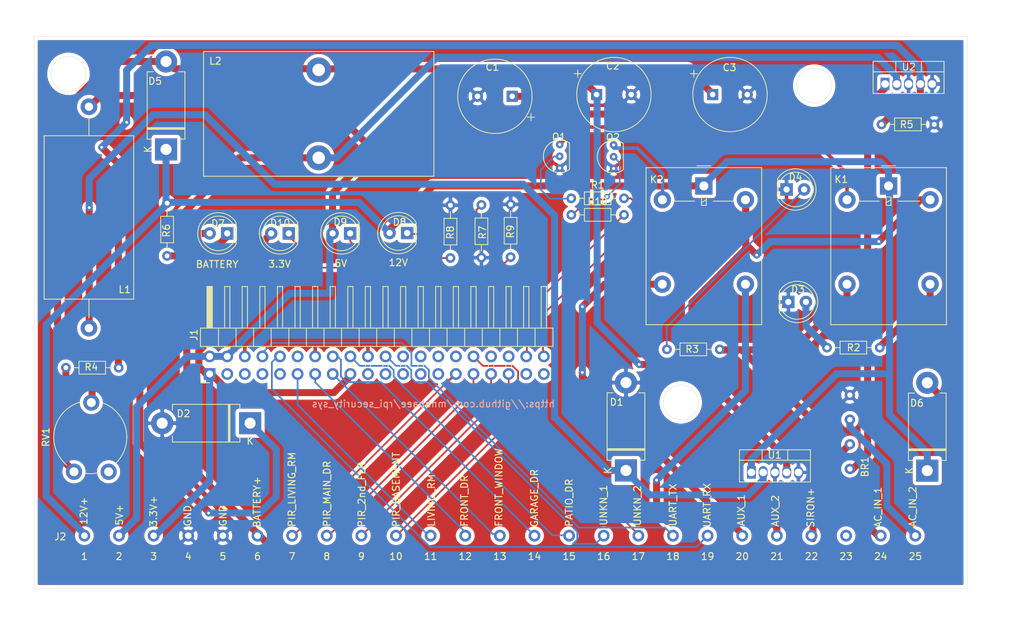
<source format=kicad_pcb>
(kicad_pcb (version 20171130) (host pcbnew "(5.1.4-0-10_14)")
  (title_block (title "Power Source") (date 2019-11-06) (rev 1))
  (layers (0 F.Cu signal) (31 B.Cu signal) (34 B.Paste user) (35 F.Paste user) (36 B.SilkS user) (37 F.SilkS user) (38 B.Mask user) (39 F.Mask user) (44 Edge.Cuts user))
  (net 0 "")
  (net 1 "Net-(BR1-Pad1)")
  (net 2 GND)
  (net 3 +5V)
  (net 4 "Net-(C3-Pad1)")
  (net 5 "Net-(D1-Pad1)")
  (net 6 "Net-(D2-Pad1)")
  (net 7 +12V)
  (net 8 "Net-(RV1-Pad1)")
  (net 9 AC_IN_1)
  (net 10 AC_IN_2)
  (net 11 "Net-(D3-Pad2)")
  (net 12 "Net-(D4-Pad2)")
  (net 13 BATTERY+)
  (net 14 "Net-(D7-Pad2)")
  (net 15 "Net-(D8-Pad1)")
  (net 16 "Net-(D9-Pad1)")
  (net 17 +3V3)
  (net 18 "Net-(D10-Pad1)")
  (net 19 "Net-(J1-Pad40)")
  (net 20 "Net-(J1-Pad39)")
  (net 21 "Net-(J1-Pad38)")
  (net 22 "Net-(J1-Pad37)")
  (net 23 "Net-(J1-Pad36)")
  (net 24 PRI_BASEMENT_1)
  (net 25 "Net-(J1-Pad34)")
  (net 26 PIR_SECOND_FLR)
  (net 27 UNKNOWN_2)
  (net 28 PIR_MAIN_DOOR)
  (net 29 "Net-(J1-Pad30)")
  (net 30 PIR_LIVING_ROOM)
  (net 31 "Net-(J1-Pad28)")
  (net 32 "Net-(J1-Pad27)")
  (net 33 "Net-(J1-Pad26)")
  (net 34 "Net-(J1-Pad25)")
  (net 35 "Net-(J1-Pad24)")
  (net 36 "Net-(J1-Pad23)")
  (net 37 UNKNOWN_1)
  (net 38 "Net-(J1-Pad21)")
  (net 39 "Net-(J1-Pad19)")
  (net 40 PATIO_DOOR)
  (net 41 GARAGE_DOOR)
  (net 42 FRONT_WINDOW)
  (net 43 FRONT_DOOR)
  (net 44 "Net-(J1-Pad12)")
  (net 45 LIVING_WINDOW)
  (net 46 UART_RX)
  (net 47 "Net-(J1-Pad9)")
  (net 48 UART_TX)
  (net 49 "Net-(J1-Pad7)")
  (net 50 "Net-(J1-Pad5)")
  (net 51 "Net-(J1-Pad3)")
  (net 52 "Net-(J2-Pad23)")
  (net 53 SIRON_Vcc+)
  (net 54 AUX_OUT_2)
  (net 55 AUX_OUT_1)
  (net 56 "Net-(K1-Pad4)")
  (net 57 "Net-(R4-Pad2)")
  (net 58 "Net-(R4-Pad1)")
  (net 59 "Net-(K1-Pad2)")
  (net 60 "Net-(K2-Pad2)")
  (net 61 "Net-(Q1-Pad2)")
  (net 62 "Net-(Q2-Pad2)")
  (module Potentiometer_THT:Potentiometer_Piher_PT-10-V10_Vertical (layer F.Cu) (at 36.21024 178.72456 90)
    (fp_text reference RV1 (at 5 -9.05 90) (layer F.SilkS))
    (fp_text value 20k)
    (pad 1 thru_hole circle (at 0 0 90) (size 2.34 2.34) (drill 1.3) (layers *.Cu *.Mask) (net 8 "Net-(RV1-Pad1)"))
    (pad 2 thru_hole circle (at 10 -2.5 90) (size 2.34 2.34) (drill 1.3) (layers *.Cu *.Mask) (net 4 "Net-(C3-Pad1)"))
    (pad 3 thru_hole circle (at 0 -5 90) (size 2.34 2.34) (drill 1.3) (layers *.Cu *.Mask) (net 58 "Net-(R4-Pad1)"))
  )
  (module my_ft_libs:2n3903 (layer F.Cu) (at 109.13872 133.19252)
    (fp_text reference Q2 (at -0.1 -2.8) (layer F.SilkS))
    (fp_text value 2N3904-AP)
    (pad 1 thru_hole circle (at 0 1.7) (size 1.1 1.1) (drill 0.45) (layers *.Cu *.Mask) (net 2 GND))
    (pad 2 thru_hole circle (at 0 0) (size 1.1 1.1) (drill 0.45) (layers *.Cu *.Mask) (net 62 "Net-(Q2-Pad2)"))
    (pad 3 thru_hole circle (at 0 -1.7) (size 1.1 1.1) (drill 0.45) (layers *.Cu *.Mask) (net 60 "Net-(K2-Pad2)"))
  )
  (module my_ft_libs:2n3903 (layer F.Cu) (at 101.35108 133.1341)
    (fp_text reference Q1 (at -0.1 -2.8) (layer F.SilkS))
    (fp_text value 2N3904-AP)
    (pad 1 thru_hole circle (at 0 1.7) (size 1.1 1.1) (drill 0.45) (layers *.Cu *.Mask) (net 2 GND))
    (pad 2 thru_hole circle (at 0 0) (size 1.1 1.1) (drill 0.45) (layers *.Cu *.Mask) (net 61 "Net-(Q1-Pad2)"))
    (pad 3 thru_hole circle (at 0 -1.7) (size 1.1 1.1) (drill 0.45) (layers *.Cu *.Mask) (net 59 "Net-(K1-Pad2)"))
  )
  (module Resistor_THT:R_Axial_DIN0204_L3.6mm_D1.6mm_P7.62mm_Horizontal (layer F.Cu) (at 103.0224 141.58976)
    (fp_text reference R10 (at 3.81 -1.92) (layer F.SilkS))
    (fp_text value 1k)
    (pad 2 thru_hole oval (at 7.62 0) (size 1.4 1.4) (drill 0.7) (layers *.Cu *.Mask) (net 21 "Net-(J1-Pad38)"))
    (pad 1 thru_hole circle (at 0 0) (size 1.4 1.4) (drill 0.7) (layers *.Cu *.Mask) (net 62 "Net-(Q2-Pad2)"))
  )
  (module Resistor_THT:R_Axial_DIN0204_L3.6mm_D1.6mm_P7.62mm_Horizontal (layer F.Cu) (at 103.0224 139.2047)
    (fp_text reference R1 (at 3.81 -1.92) (layer F.SilkS))
    (fp_text value 1k)
    (pad 2 thru_hole oval (at 7.62 0) (size 1.4 1.4) (drill 0.7) (layers *.Cu *.Mask) (net 19 "Net-(J1-Pad40)"))
    (pad 1 thru_hole circle (at 0 0) (size 1.4 1.4) (drill 0.7) (layers *.Cu *.Mask) (net 61 "Net-(Q1-Pad2)"))
  )
  (module LED_THT:LED_D5.0mm_Clear (layer F.Cu) (at 79.3242 144.2212 180)
    (fp_text reference D8 (at 1.09982 1.58242) (layer F.SilkS))
    (fp_text value GREEN)
    (pad 2 thru_hole circle (at 2.54 0 180) (size 1.8 1.8) (drill 0.9) (layers *.Cu *.Mask) (net 7 +12V))
    (pad 1 thru_hole rect (at 0 0 180) (size 1.8 1.8) (drill 0.9) (layers *.Cu *.Mask) (net 15 "Net-(D8-Pad1)"))
  )
  (module my_ft_libs:2-282836-6_25_PIN_BLOCK_TERM (layer F.Cu) (at 92.71 187.96)
    (fp_text reference J2 (at -63.47968 0.14732) (layer F.SilkS))
    (fp_text value Wires)
    (fp_text user 25 (at 60 3) (layer F.SilkS))
    (fp_text user 24 (at 55 3) (layer F.SilkS))
    (fp_text user 23 (at 50 3) (layer F.SilkS))
    (fp_text user 22 (at 45 3) (layer F.SilkS))
    (fp_text user 21 (at 40 3) (layer F.SilkS))
    (fp_text user 20 (at 35 3) (layer F.SilkS))
    (fp_text user 19 (at 30 3) (layer F.SilkS))
    (fp_text user 18 (at 25 3) (layer F.SilkS))
    (fp_text user 17 (at 20 3) (layer F.SilkS))
    (fp_text user 16 (at 15 3) (layer F.SilkS))
    (fp_text user 15 (at 10 3) (layer F.SilkS))
    (fp_text user 14 (at 5 3) (layer F.SilkS))
    (fp_text user 13 (at 0 3) (layer F.SilkS))
    (fp_text user 12 (at -5 3) (layer F.SilkS))
    (fp_text user 11 (at -10 3) (layer F.SilkS))
    (fp_text user 10 (at -15 3) (layer F.SilkS))
    (fp_text user 9 (at -20 3) (layer F.SilkS))
    (fp_text user 8 (at -25 3) (layer F.SilkS))
    (fp_text user 7 (at -30 3) (layer F.SilkS))
    (fp_text user 6 (at -35 3) (layer F.SilkS))
    (fp_text user 5 (at -40 3) (layer F.SilkS))
    (fp_text user 4 (at -45 3) (layer F.SilkS))
    (fp_text user 3 (at -50 3) (layer F.SilkS))
    (fp_text user 2 (at -55 3) (layer F.SilkS))
    (fp_text user 1 (at -60 3) (layer F.SilkS))
    (pad 25 thru_hole circle (at 60 0) (size 1.7 1.7) (drill 0.95) (layers *.Cu *.Mask) (net 10 AC_IN_2))
    (pad 24 thru_hole circle (at 55 0) (size 1.7 1.7) (drill 0.95) (layers *.Cu *.Mask) (net 9 AC_IN_1))
    (pad 23 thru_hole circle (at 50 0) (size 1.7 1.7) (drill 0.95) (layers *.Cu *.Mask) (net 52 "Net-(J2-Pad23)"))
    (pad 22 thru_hole circle (at 45 0) (size 1.7 1.7) (drill 0.95) (layers *.Cu *.Mask) (net 53 SIRON_Vcc+))
    (pad 21 thru_hole circle (at 40 0) (size 1.7 1.7) (drill 0.95) (layers *.Cu *.Mask) (net 54 AUX_OUT_2))
    (pad 20 thru_hole circle (at 35 0) (size 1.7 1.7) (drill 0.95) (layers *.Cu *.Mask) (net 55 AUX_OUT_1))
    (pad 19 thru_hole circle (at 30 0) (size 1.7 1.7) (drill 0.95) (layers *.Cu *.Mask) (net 46 UART_RX))
    (pad 18 thru_hole circle (at 25 0) (size 1.7 1.7) (drill 0.95) (layers *.Cu *.Mask) (net 48 UART_TX))
    (pad 17 thru_hole circle (at 20 0) (size 1.7 1.7) (drill 0.95) (layers *.Cu *.Mask) (net 27 UNKNOWN_2))
    (pad 16 thru_hole circle (at 15 0) (size 1.7 1.7) (drill 0.95) (layers *.Cu *.Mask) (net 37 UNKNOWN_1))
    (pad 15 thru_hole circle (at 10 0) (size 1.7 1.7) (drill 0.95) (layers *.Cu *.Mask) (net 40 PATIO_DOOR))
    (pad 14 thru_hole circle (at 5 0) (size 1.7 1.7) (drill 0.95) (layers *.Cu *.Mask) (net 41 GARAGE_DOOR))
    (pad 13 thru_hole circle (at 0 0) (size 1.7 1.7) (drill 0.95) (layers *.Cu *.Mask) (net 42 FRONT_WINDOW))
    (pad 12 thru_hole circle (at -5 0) (size 1.7 1.7) (drill 0.95) (layers *.Cu *.Mask) (net 43 FRONT_DOOR))
    (pad 11 thru_hole circle (at -10 0) (size 1.7 1.7) (drill 0.95) (layers *.Cu *.Mask) (net 45 LIVING_WINDOW))
    (pad 10 thru_hole circle (at -15 0) (size 1.7 1.7) (drill 0.95) (layers *.Cu *.Mask) (net 24 PRI_BASEMENT_1))
    (pad 9 thru_hole circle (at -20 0) (size 1.7 1.7) (drill 0.95) (layers *.Cu *.Mask) (net 26 PIR_SECOND_FLR))
    (pad 8 thru_hole circle (at -25 0) (size 1.7 1.7) (drill 0.95) (layers *.Cu *.Mask) (net 28 PIR_MAIN_DOOR))
    (pad 7 thru_hole circle (at -30 0) (size 1.7 1.7) (drill 0.95) (layers *.Cu *.Mask) (net 30 PIR_LIVING_ROOM))
    (pad 6 thru_hole circle (at -35 0) (size 1.7 1.7) (drill 0.95) (layers *.Cu *.Mask) (net 13 BATTERY+))
    (pad 5 thru_hole circle (at -40 0) (size 1.7 1.7) (drill 0.95) (layers *.Cu *.Mask) (net 2 GND))
    (pad 4 thru_hole circle (at -45 0) (size 1.7 1.7) (drill 0.95) (layers *.Cu *.Mask) (net 2 GND))
    (pad 3 thru_hole circle (at -50 0) (size 1.7 1.7) (drill 0.95) (layers *.Cu *.Mask) (net 17 +3V3))
    (pad 2 thru_hole circle (at -55 0) (size 1.7 1.7) (drill 0.95) (layers *.Cu *.Mask) (net 3 +5V))
    (pad 1 thru_hole circle (at -60 0) (size 1.7 1.7) (drill 0.95) (layers *.Cu *.Mask) (net 7 +12V))
  )
  (module Package_TO_SOT_THT:TO-220-5_Vertical (layer F.Cu) (at 148.336 122.682)
    (fp_text reference U2 (at 3.43662 -2.46126) (layer F.SilkS))
    (fp_text value LM2576T-ADJ)
    (pad 5 thru_hole oval (at 6.8 0) (size 1.275 1.8) (drill 1.1) (layers *.Cu *.Mask) (net 2 GND))
    (pad 4 thru_hole oval (at 5.1 0) (size 1.275 1.8) (drill 1.1) (layers *.Cu *.Mask) (net 57 "Net-(R4-Pad2)"))
    (pad 3 thru_hole oval (at 3.4 0) (size 1.275 1.8) (drill 1.1) (layers *.Cu *.Mask) (net 2 GND))
    (pad 2 thru_hole oval (at 1.7 0) (size 1.275 1.8) (drill 1.1) (layers *.Cu *.Mask) (net 6 "Net-(D2-Pad1)"))
    (pad 1 thru_hole rect (at 0 0) (size 1.275 1.8) (drill 1.1) (layers *.Cu *.Mask) (net 1 "Net-(BR1-Pad1)"))
  )
  (module Package_TO_SOT_THT:TO-220-5_Vertical (layer F.Cu) (at 129.032 178.816)
    (fp_text reference U1 (at 3.37058 -2.5146) (layer F.SilkS))
    (fp_text value LM2576T-5)
    (pad 5 thru_hole oval (at 6.8 0) (size 1.275 1.8) (drill 1.1) (layers *.Cu *.Mask) (net 2 GND))
    (pad 4 thru_hole oval (at 5.1 0) (size 1.275 1.8) (drill 1.1) (layers *.Cu *.Mask) (net 3 +5V))
    (pad 3 thru_hole oval (at 3.4 0) (size 1.275 1.8) (drill 1.1) (layers *.Cu *.Mask) (net 2 GND))
    (pad 2 thru_hole oval (at 1.7 0) (size 1.275 1.8) (drill 1.1) (layers *.Cu *.Mask) (net 5 "Net-(D1-Pad1)"))
    (pad 1 thru_hole rect (at 0 0) (size 1.275 1.8) (drill 1.1) (layers *.Cu *.Mask) (net 7 +12V))
  )
  (module Resistor_THT:R_Axial_DIN0204_L3.6mm_D1.6mm_P7.62mm_Horizontal (layer F.Cu) (at 94.2594 147.701 90)
    (fp_text reference R9 (at 3.69316 -0.02286 90) (layer F.SilkS))
    (fp_text value 1k)
    (pad 2 thru_hole oval (at 7.62 0 90) (size 1.4 1.4) (drill 0.7) (layers *.Cu *.Mask) (net 2 GND))
    (pad 1 thru_hole circle (at 0 0 90) (size 1.4 1.4) (drill 0.7) (layers *.Cu *.Mask) (net 18 "Net-(D10-Pad1)"))
  )
  (module Resistor_THT:R_Axial_DIN0204_L3.6mm_D1.6mm_P7.62mm_Horizontal (layer F.Cu) (at 85.5726 147.828 90)
    (fp_text reference R8 (at 3.683 -0.0254 90) (layer F.SilkS))
    (fp_text value 1k)
    (pad 2 thru_hole oval (at 7.62 0 90) (size 1.4 1.4) (drill 0.7) (layers *.Cu *.Mask) (net 2 GND))
    (pad 1 thru_hole circle (at 0 0 90) (size 1.4 1.4) (drill 0.7) (layers *.Cu *.Mask) (net 16 "Net-(D9-Pad1)"))
  )
  (module Resistor_THT:R_Axial_DIN0204_L3.6mm_D1.6mm_P7.62mm_Horizontal (layer F.Cu) (at 90.043 140.1572 270)
    (fp_text reference R7 (at 3.9878 -0.15748 90) (layer F.SilkS))
    (fp_text value 10k)
    (pad 2 thru_hole oval (at 7.62 0 270) (size 1.4 1.4) (drill 0.7) (layers *.Cu *.Mask) (net 2 GND))
    (pad 1 thru_hole circle (at 0 0 270) (size 1.4 1.4) (drill 0.7) (layers *.Cu *.Mask) (net 15 "Net-(D8-Pad1)"))
  )
  (module Resistor_THT:R_Axial_DIN0204_L3.6mm_D1.6mm_P7.62mm_Horizontal (layer F.Cu) (at 44.6532 139.9032 270)
    (fp_text reference R6 (at 3.96748 0.09906 90) (layer F.SilkS))
    (fp_text value R)
    (pad 2 thru_hole oval (at 7.62 0 270) (size 1.4 1.4) (drill 0.7) (layers *.Cu *.Mask) (net 14 "Net-(D7-Pad2)"))
    (pad 1 thru_hole circle (at 0 0 270) (size 1.4 1.4) (drill 0.7) (layers *.Cu *.Mask) (net 7 +12V))
  )
  (module Resistor_THT:R_Axial_DIN0204_L3.6mm_D1.6mm_P7.62mm_Horizontal (layer F.Cu) (at 155.448 128.524 180)
    (fp_text reference R5 (at 3.99034 -0.00762) (layer F.SilkS))
    (fp_text value 1.2k)
    (pad 2 thru_hole oval (at 7.62 0 180) (size 1.4 1.4) (drill 0.7) (layers *.Cu *.Mask) (net 57 "Net-(R4-Pad2)"))
    (pad 1 thru_hole circle (at 0 0 180) (size 1.4 1.4) (drill 0.7) (layers *.Cu *.Mask) (net 2 GND))
  )
  (module Resistor_THT:R_Axial_DIN0204_L3.6mm_D1.6mm_P7.62mm_Horizontal (layer F.Cu) (at 30.04058 163.68268)
    (fp_text reference R4 (at 3.6703 -0.09398) (layer F.SilkS))
    (fp_text value 10k)
    (pad 2 thru_hole oval (at 7.62 0) (size 1.4 1.4) (drill 0.7) (layers *.Cu *.Mask) (net 57 "Net-(R4-Pad2)"))
    (pad 1 thru_hole circle (at 0 0) (size 1.4 1.4) (drill 0.7) (layers *.Cu *.Mask) (net 58 "Net-(R4-Pad1)"))
  )
  (module Resistor_THT:R_Axial_DIN0204_L3.6mm_D1.6mm_P7.62mm_Horizontal (layer F.Cu) (at 116.84 161.036)
    (fp_text reference R3 (at 3.64236 -0.03302) (layer F.SilkS))
    (fp_text value 10k)
    (pad 2 thru_hole oval (at 7.62 0) (size 1.4 1.4) (drill 0.7) (layers *.Cu *.Mask) (net 53 SIRON_Vcc+))
    (pad 1 thru_hole circle (at 0 0) (size 1.4 1.4) (drill 0.7) (layers *.Cu *.Mask) (net 12 "Net-(D4-Pad2)"))
  )
  (module Resistor_THT:R_Axial_DIN0204_L3.6mm_D1.6mm_P7.62mm_Horizontal (layer F.Cu) (at 147.574 160.782 180)
    (fp_text reference R2 (at 3.78206 0) (layer F.SilkS))
    (fp_text value 10k)
    (pad 2 thru_hole oval (at 7.62 0 180) (size 1.4 1.4) (drill 0.7) (layers *.Cu *.Mask) (net 11 "Net-(D3-Pad2)"))
    (pad 1 thru_hole circle (at 0 0 180) (size 1.4 1.4) (drill 0.7) (layers *.Cu *.Mask) (net 56 "Net-(K1-Pad4)"))
  )
  (module Inductor_THT:L_Toroid_Vertical_L33.0mm_W17.8mm_P12.70mm_Pulse_KM-5 (layer F.Cu) (at 66.548 120.65)
    (fp_text reference L2 (at -14.92758 -1.2827) (layer F.SilkS))
    (fp_text value 150uH)
    (pad 2 thru_hole circle (at 0 12.7) (size 3.6 3.6) (drill 1.8) (layers *.Cu *.Mask) (net 6 "Net-(D2-Pad1)"))
    (pad 1 thru_hole circle (at 0 0) (size 3.6 3.6) (drill 1.8) (layers *.Cu *.Mask) (net 4 "Net-(C3-Pad1)"))
  )
  (module Inductor_THT:L_Axial_L23.4mm_D12.7mm_P32.00mm_Horizontal_Vishay_IHA-203 (layer F.Cu) (at 33.36544 125.96622 270)
    (fp_text reference L1 (at 26.42362 -5.17144 180) (layer F.SilkS))
    (fp_text value 100uH)
    (pad 2 thru_hole oval (at 32 0 270) (size 2.4 2.4) (drill 1.2) (layers *.Cu *.Mask) (net 5 "Net-(D1-Pad1)"))
    (pad 1 thru_hole circle (at 0 0 270) (size 2.4 2.4) (drill 1.2) (layers *.Cu *.Mask) (net 3 +5V))
  )
  (module Relay_THT:Relay_SPDT_Omron-G5LE-1 (layer F.Cu) (at 122.174 137.414)
    (fp_text reference K2 (at -6.81228 -0.92456) (layer F.SilkS))
    (fp_text value G5LE-1)
    (pad 5 thru_hole oval (at 6 2) (size 2.5 2.5) (drill 1.3) (layers *.Cu *.Mask) (net 3 +5V))
    (pad 4 thru_hole oval (at 6 14.2) (size 2.5 2.5) (drill 1.3) (layers *.Cu *.Mask) (net 55 AUX_OUT_1))
    (pad 3 thru_hole oval (at -6 14.2) (size 2.5 2.5) (drill 1.3) (layers *.Cu *.Mask) (net 54 AUX_OUT_2))
    (pad 2 thru_hole oval (at -6 2) (size 2.5 2.5) (drill 1.3) (layers *.Cu *.Mask) (net 60 "Net-(K2-Pad2)"))
    (pad 1 thru_hole rect (at 0 0) (size 2.5 2.5) (drill 1.3) (layers *.Cu *.Mask) (net 7 +12V))
  )
  (module Relay_THT:Relay_SPDT_Omron-G5LE-1 (layer F.Cu) (at 148.844 137.414)
    (fp_text reference K1 (at -6.8326 -0.94742) (layer F.SilkS))
    (fp_text value G5LE-1)
    (pad 5 thru_hole oval (at 6 2) (size 2.5 2.5) (drill 1.3) (layers *.Cu *.Mask) (net 3 +5V))
    (pad 4 thru_hole oval (at 6 14.2) (size 2.5 2.5) (drill 1.3) (layers *.Cu *.Mask) (net 56 "Net-(K1-Pad4)"))
    (pad 3 thru_hole oval (at -6 14.2) (size 2.5 2.5) (drill 1.3) (layers *.Cu *.Mask) (net 53 SIRON_Vcc+))
    (pad 2 thru_hole oval (at -6 2) (size 2.5 2.5) (drill 1.3) (layers *.Cu *.Mask) (net 59 "Net-(K1-Pad2)"))
    (pad 1 thru_hole rect (at 0 0) (size 2.5 2.5) (drill 1.3) (layers *.Cu *.Mask) (net 7 +12V))
  )
  (module Connector_PinHeader_2.54mm:PinHeader_2x20_P2.54mm_Horizontal (layer F.Cu) (at 50.8 164.592 90)
    (fp_text reference J1 (at 5.655 -2.27 90) (layer F.SilkS))
    (fp_text value RPI_GPIO)
    (pad 1 thru_hole rect (at 0 0 90) (size 1.7 1.7) (drill 1) (layers *.Cu *.Mask) (net 17 +3V3))
    (pad 2 thru_hole oval (at 2.54 0 90) (size 1.7 1.7) (drill 1) (layers *.Cu *.Mask) (net 3 +5V))
    (pad 3 thru_hole oval (at 0 2.54 90) (size 1.7 1.7) (drill 1) (layers *.Cu *.Mask) (net 51 "Net-(J1-Pad3)"))
    (pad 4 thru_hole oval (at 2.54 2.54 90) (size 1.7 1.7) (drill 1) (layers *.Cu *.Mask) (net 3 +5V))
    (pad 5 thru_hole oval (at 0 5.08 90) (size 1.7 1.7) (drill 1) (layers *.Cu *.Mask) (net 50 "Net-(J1-Pad5)"))
    (pad 6 thru_hole oval (at 2.54 5.08 90) (size 1.7 1.7) (drill 1) (layers *.Cu *.Mask) (net 2 GND))
    (pad 7 thru_hole oval (at 0 7.62 90) (size 1.7 1.7) (drill 1) (layers *.Cu *.Mask) (net 49 "Net-(J1-Pad7)"))
    (pad 8 thru_hole oval (at 2.54 7.62 90) (size 1.7 1.7) (drill 1) (layers *.Cu *.Mask) (net 48 UART_TX))
    (pad 9 thru_hole oval (at 0 10.16 90) (size 1.7 1.7) (drill 1) (layers *.Cu *.Mask) (net 47 "Net-(J1-Pad9)"))
    (pad 10 thru_hole oval (at 2.54 10.16 90) (size 1.7 1.7) (drill 1) (layers *.Cu *.Mask) (net 46 UART_RX))
    (pad 11 thru_hole oval (at 0 12.7 90) (size 1.7 1.7) (drill 1) (layers *.Cu *.Mask) (net 45 LIVING_WINDOW))
    (pad 12 thru_hole oval (at 2.54 12.7 90) (size 1.7 1.7) (drill 1) (layers *.Cu *.Mask) (net 44 "Net-(J1-Pad12)"))
    (pad 13 thru_hole oval (at 0 15.24 90) (size 1.7 1.7) (drill 1) (layers *.Cu *.Mask) (net 43 FRONT_DOOR))
    (pad 14 thru_hole oval (at 2.54 15.24 90) (size 1.7 1.7) (drill 1) (layers *.Cu *.Mask) (net 2 GND))
    (pad 15 thru_hole oval (at 0 17.78 90) (size 1.7 1.7) (drill 1) (layers *.Cu *.Mask) (net 42 FRONT_WINDOW))
    (pad 16 thru_hole oval (at 2.54 17.78 90) (size 1.7 1.7) (drill 1) (layers *.Cu *.Mask) (net 41 GARAGE_DOOR))
    (pad 17 thru_hole oval (at 0 20.32 90) (size 1.7 1.7) (drill 1) (layers *.Cu *.Mask) (net 17 +3V3))
    (pad 18 thru_hole oval (at 2.54 20.32 90) (size 1.7 1.7) (drill 1) (layers *.Cu *.Mask) (net 40 PATIO_DOOR))
    (pad 19 thru_hole oval (at 0 22.86 90) (size 1.7 1.7) (drill 1) (layers *.Cu *.Mask) (net 39 "Net-(J1-Pad19)"))
    (pad 20 thru_hole oval (at 2.54 22.86 90) (size 1.7 1.7) (drill 1) (layers *.Cu *.Mask) (net 2 GND))
    (pad 21 thru_hole oval (at 0 25.4 90) (size 1.7 1.7) (drill 1) (layers *.Cu *.Mask) (net 38 "Net-(J1-Pad21)"))
    (pad 22 thru_hole oval (at 2.54 25.4 90) (size 1.7 1.7) (drill 1) (layers *.Cu *.Mask) (net 37 UNKNOWN_1))
    (pad 23 thru_hole oval (at 0 27.94 90) (size 1.7 1.7) (drill 1) (layers *.Cu *.Mask) (net 36 "Net-(J1-Pad23)"))
    (pad 24 thru_hole oval (at 2.54 27.94 90) (size 1.7 1.7) (drill 1) (layers *.Cu *.Mask) (net 35 "Net-(J1-Pad24)"))
    (pad 25 thru_hole oval (at 0 30.48 90) (size 1.7 1.7) (drill 1) (layers *.Cu *.Mask) (net 34 "Net-(J1-Pad25)"))
    (pad 26 thru_hole oval (at 2.54 30.48 90) (size 1.7 1.7) (drill 1) (layers *.Cu *.Mask) (net 33 "Net-(J1-Pad26)"))
    (pad 27 thru_hole oval (at 0 33.02 90) (size 1.7 1.7) (drill 1) (layers *.Cu *.Mask) (net 32 "Net-(J1-Pad27)"))
    (pad 28 thru_hole oval (at 2.54 33.02 90) (size 1.7 1.7) (drill 1) (layers *.Cu *.Mask) (net 31 "Net-(J1-Pad28)"))
    (pad 29 thru_hole oval (at 0 35.56 90) (size 1.7 1.7) (drill 1) (layers *.Cu *.Mask) (net 30 PIR_LIVING_ROOM))
    (pad 30 thru_hole oval (at 2.54 35.56 90) (size 1.7 1.7) (drill 1) (layers *.Cu *.Mask) (net 29 "Net-(J1-Pad30)"))
    (pad 31 thru_hole oval (at 0 38.1 90) (size 1.7 1.7) (drill 1) (layers *.Cu *.Mask) (net 28 PIR_MAIN_DOOR))
    (pad 32 thru_hole oval (at 2.54 38.1 90) (size 1.7 1.7) (drill 1) (layers *.Cu *.Mask) (net 27 UNKNOWN_2))
    (pad 33 thru_hole oval (at 0 40.64 90) (size 1.7 1.7) (drill 1) (layers *.Cu *.Mask) (net 26 PIR_SECOND_FLR))
    (pad 34 thru_hole oval (at 2.54 40.64 90) (size 1.7 1.7) (drill 1) (layers *.Cu *.Mask) (net 25 "Net-(J1-Pad34)"))
    (pad 35 thru_hole oval (at 0 43.18 90) (size 1.7 1.7) (drill 1) (layers *.Cu *.Mask) (net 24 PRI_BASEMENT_1))
    (pad 36 thru_hole oval (at 2.54 43.18 90) (size 1.7 1.7) (drill 1) (layers *.Cu *.Mask) (net 23 "Net-(J1-Pad36)"))
    (pad 37 thru_hole oval (at 0 45.72 90) (size 1.7 1.7) (drill 1) (layers *.Cu *.Mask) (net 22 "Net-(J1-Pad37)"))
    (pad 38 thru_hole oval (at 2.54 45.72 90) (size 1.7 1.7) (drill 1) (layers *.Cu *.Mask) (net 21 "Net-(J1-Pad38)"))
    (pad 39 thru_hole oval (at 0 48.26 90) (size 1.7 1.7) (drill 1) (layers *.Cu *.Mask) (net 20 "Net-(J1-Pad39)"))
    (pad 40 thru_hole oval (at 2.54 48.26 90) (size 1.7 1.7) (drill 1) (layers *.Cu *.Mask) (net 19 "Net-(J1-Pad40)"))
  )
  (module LED_THT:LED_D5.0mm_Clear (layer F.Cu) (at 62.23 144.272 180)
    (fp_text reference D10 (at 1.24968 1.49606) (layer F.SilkS))
    (fp_text value GREEN)
    (pad 2 thru_hole circle (at 2.54 0 180) (size 1.8 1.8) (drill 0.9) (layers *.Cu *.Mask) (net 17 +3V3))
    (pad 1 thru_hole rect (at 0 0 180) (size 1.8 1.8) (drill 0.9) (layers *.Cu *.Mask) (net 18 "Net-(D10-Pad1)"))
  )
  (module LED_THT:LED_D5.0mm_Clear (layer F.Cu) (at 71.0946 144.272 180)
    (fp_text reference D9 (at 1.42494 1.63322) (layer F.SilkS))
    (fp_text value GREEN)
    (pad 2 thru_hole circle (at 2.54 0 180) (size 1.8 1.8) (drill 0.9) (layers *.Cu *.Mask) (net 3 +5V))
    (pad 1 thru_hole rect (at 0 0 180) (size 1.8 1.8) (drill 0.9) (layers *.Cu *.Mask) (net 16 "Net-(D9-Pad1)"))
  )
  (module LED_THT:LED_D5.0mm_Clear (layer F.Cu) (at 53.34 144.272 180)
    (fp_text reference D7 (at 1.32588 1.42748) (layer F.SilkS))
    (fp_text value GREEN)
    (pad 2 thru_hole circle (at 2.54 0 180) (size 1.8 1.8) (drill 0.9) (layers *.Cu *.Mask) (net 14 "Net-(D7-Pad2)"))
    (pad 1 thru_hole rect (at 0 0 180) (size 1.8 1.8) (drill 0.9) (layers *.Cu *.Mask) (net 13 BATTERY+))
  )
  (module Diode_THT:D_DO-201AD_P12.70mm_Horizontal (layer F.Cu) (at 154.432 178.562 90)
    (fp_text reference D6 (at 9.76376 -1.4986 180) (layer F.SilkS))
    (fp_text value 1N5822)
    (fp_text user K (at 0 -2.6 90) (layer F.SilkS))
    (pad 2 thru_hole oval (at 12.7 0 90) (size 3.2 3.2) (drill 1.6) (layers *.Cu *.Mask) (net 13 BATTERY+))
    (pad 1 thru_hole rect (at 0 0 90) (size 3.2 3.2) (drill 1.6) (layers *.Cu *.Mask) (net 7 +12V))
  )
  (module Diode_THT:D_DO-201AD_P12.70mm_Horizontal (layer F.Cu) (at 44.5008 132.1308 90)
    (fp_text reference D5 (at 9.86028 -1.57734 180) (layer F.SilkS))
    (fp_text value 1N5822)
    (fp_text user K (at 0 -2.6 90) (layer F.SilkS))
    (pad 1 thru_hole rect (at 0 0 90) (size 3.2 3.2) (drill 1.6) (layers *.Cu *.Mask) (net 7 +12V))
    (pad 2 thru_hole oval (at 12.7 0 90) (size 3.2 3.2) (drill 1.6) (layers *.Cu *.Mask) (net 4 "Net-(C3-Pad1)"))
  )
  (module LED_THT:LED_D5.0mm_Clear (layer F.Cu) (at 134.112 137.922)
    (fp_text reference D4 (at 1.2954 -1.75768) (layer F.SilkS))
    (fp_text value RED)
    (pad 2 thru_hole circle (at 2.54 0) (size 1.8 1.8) (drill 0.9) (layers *.Cu *.Mask) (net 12 "Net-(D4-Pad2)"))
    (pad 1 thru_hole rect (at 0 0) (size 1.8 1.8) (drill 0.9) (layers *.Cu *.Mask) (net 2 GND))
  )
  (module LED_THT:LED_D5.0mm_Clear (layer F.Cu) (at 134.366 154.178)
    (fp_text reference D3 (at 1.38938 -1.7907) (layer F.SilkS))
    (fp_text value BLUE)
    (pad 2 thru_hole circle (at 2.54 0) (size 1.8 1.8) (drill 0.9) (layers *.Cu *.Mask) (net 11 "Net-(D3-Pad2)"))
    (pad 1 thru_hole rect (at 0 0) (size 1.8 1.8) (drill 0.9) (layers *.Cu *.Mask) (net 2 GND))
  )
  (module Diode_THT:D_DO-201AD_P12.70mm_Horizontal (layer F.Cu) (at 56.642 171.704 180)
    (fp_text reference D2 (at 9.62152 1.3843) (layer F.SilkS))
    (fp_text value 1N5822)
    (fp_text user K (at 0 -2.6) (layer F.SilkS))
    (pad 2 thru_hole oval (at 12.7 0 180) (size 3.2 3.2) (drill 1.6) (layers *.Cu *.Mask) (net 2 GND))
    (pad 1 thru_hole rect (at 0 0 180) (size 3.2 3.2) (drill 1.6) (layers *.Cu *.Mask) (net 6 "Net-(D2-Pad1)"))
  )
  (module Diode_THT:D_DO-201AD_P12.70mm_Horizontal (layer F.Cu) (at 110.9218 178.5366 90)
    (fp_text reference D1 (at 9.8679 -1.3462 180) (layer F.SilkS))
    (fp_text value 1N5822)
    (fp_text user K (at 0 -2.6 90) (layer F.SilkS))
    (pad 2 thru_hole oval (at 12.7 0 90) (size 3.2 3.2) (drill 1.6) (layers *.Cu *.Mask) (net 2 GND))
    (pad 1 thru_hole rect (at 0 0 90) (size 3.2 3.2) (drill 1.6) (layers *.Cu *.Mask) (net 5 "Net-(D1-Pad1)"))
  )
  (module Capacitor_THT:CP_Radial_Tantal_D10.5mm_P5.00mm (layer F.Cu) (at 123.444 124.206)
    (fp_text reference C3 (at 2.43586 -3.90144) (layer F.SilkS))
    (fp_text value 2200uF)
    (pad 2 thru_hole circle (at 5 0) (size 1.6 1.6) (drill 0.8) (layers *.Cu *.Mask) (net 2 GND))
    (pad 1 thru_hole rect (at 0 0) (size 1.6 1.6) (drill 0.8) (layers *.Cu *.Mask) (net 4 "Net-(C3-Pad1)"))
  )
  (module Capacitor_THT:CP_Radial_Tantal_D10.5mm_P5.00mm (layer F.Cu) (at 106.68 124.206)
    (fp_text reference C2 (at 2.34188 -4.1275) (layer F.SilkS))
    (fp_text value 1000uF)
    (pad 2 thru_hole circle (at 5 0) (size 1.6 1.6) (drill 0.8) (layers *.Cu *.Mask) (net 2 GND))
    (pad 1 thru_hole rect (at 0 0) (size 1.6 1.6) (drill 0.8) (layers *.Cu *.Mask) (net 3 +5V))
  )
  (module Capacitor_THT:CP_Radial_Tantal_D10.5mm_P5.00mm (layer F.Cu) (at 94.488 124.46 180)
    (fp_text reference C1 (at 2.85496 4.20878) (layer F.SilkS))
    (fp_text value 470uF)
    (pad 2 thru_hole circle (at 5 0 180) (size 1.6 1.6) (drill 0.8) (layers *.Cu *.Mask) (net 2 GND))
    (pad 1 thru_hole rect (at 0 0 180) (size 1.6 1.6) (drill 0.8) (layers *.Cu *.Mask) (net 1 "Net-(BR1-Pad1)"))
  )
  (module my_ft_libs:KBP306GTB_BRIDGE_RECTIFIER_FTPT (layer F.Cu) (at 143.256 172.974 90)
    (fp_text reference BR1 (at -5.04698 2.17424 90) (layer F.SilkS))
    (fp_text value KBP306GTB)
    (pad 4 thru_hole circle (at 5.34 0 90) (size 1.5 1.5) (drill 0.76) (layers *.Cu *.Mask) (net 2 GND))
    (pad 3 thru_hole circle (at 1.78 0 90) (size 1.5 1.5) (drill 0.76) (layers *.Cu *.Mask) (net 10 AC_IN_2))
    (pad 2 thru_hole circle (at -1.78 0 90) (size 1.5 1.5) (drill 0.76) (layers *.Cu *.Mask) (net 9 AC_IN_1))
    (pad 1 thru_hole circle (at -5.34 0 90) (size 1.5 1.5) (drill 0.76) (layers *.Cu *.Mask) (net 1 "Net-(BR1-Pad1)"))
  )
  (gr_text https://github.com/mnabaee/rpi_security_sys (at 83.10372 168.90238) (layer B.SilkS) (effects (font (size 1 1)) (justify mirror)))
  (gr_text AC_IN_2 (at 152.33142 183.75884 90) (layer F.SilkS) (effects (font (size 1 1))))
  (gr_text AC_IN_1 (at 147.32254 183.8579 90) (layer F.SilkS) (effects (font (size 1 1))))
  (gr_text SIRON+ (at 137.59688 183.9087 90) (layer F.SilkS) (effects (font (size 1 1))))
  (gr_text AUX_2 (at 132.48894 184.37606 90) (layer F.SilkS) (effects (font (size 1 1))))
  (gr_text AUX_1 (at 127.5588 184.27446 90) (layer F.SilkS) (effects (font (size 1 1))))
  (gr_text UART_RX (at 122.63628 183.5658 90) (layer F.SilkS) (effects (font (size 1 1))))
  (gr_text UART_TX (at 117.71376 183.52008 90) (layer F.SilkS) (effects (font (size 1 1))))
  (gr_text UNKN_2 (at 112.58042 183.6166 90) (layer F.SilkS) (effects (font (size 1 1))))
  (gr_text UNKN_1 (at 107.69854 183.57088 90) (layer F.SilkS) (effects (font (size 1 1))))
  (gr_text PATIO_DR (at 102.71506 183.19496 90) (layer F.SilkS) (effects (font (size 1 1))))
  (gr_text GARAGE_DR (at 97.69348 182.53964 90) (layer F.SilkS) (effects (font (size 1 1))))
  (gr_text FRONT_WINDOW (at 92.56268 180.97246 90) (layer F.SilkS) (effects (font (size 1 1))))
  (gr_text FRONT_DR (at 87.59444 182.91302 90) (layer F.SilkS) (effects (font (size 1 1))))
  (gr_text LIVING_RM (at 82.8167 182.85714 90) (layer F.SilkS) (effects (font (size 1 1))))
  (gr_text PIR_BASEMENT (at 77.73162 181.28488 90) (layer F.SilkS) (effects (font (size 1 1))))
  (gr_text PIR_2nd_FLR (at 72.76592 182.00878 90) (layer F.SilkS) (effects (font (size 1 1))))
  (gr_text PIR_MAIN_DR (at 67.75196 181.89956 90) (layer F.SilkS) (effects (font (size 1 1))))
  (gr_text PIR_LIVING_RM (at 62.6745 181.28234 90) (layer F.SilkS) (effects (font (size 1 1))))
  (gr_text BATTERY+ (at 57.64276 183.08828 90) (layer F.SilkS) (effects (font (size 1 1))))
  (gr_text GND (at 52.73548 185.07456 90) (layer F.SilkS) (effects (font (size 1 1))))
  (gr_text GND (at 47.625 185.0771 90) (layer F.SilkS) (effects (font (size 1 1))))
  (gr_text 3.3V+ (at 42.69486 184.42686 90) (layer F.SilkS) (effects (font (size 1 1))))
  (gr_text 5V+ (at 37.76726 184.95518 90) (layer F.SilkS) (effects (font (size 1 1))))
  (gr_text 12V+ (at 32.63138 184.3786 90) (layer F.SilkS) (effects (font (size 1 1))))
  (gr_circle (center 118.833206 168.70172) (end 121.208106 169.57548) (layer Edge.Cuts) (width 0.05))
  (gr_circle (center 30.40634 121.20626) (end 32.78124 122.08002) (layer Edge.Cuts) (width 0.05))
  (gr_circle (center 138.09726 122.91314) (end 140.47216 123.7869) (layer Edge.Cuts) (width 0.05))
  (gr_text 12V (at 78.04658 148.4884) (layer F.SilkS) (effects (font (size 1 1))))
  (gr_text 5V (at 69.74332 148.61286) (layer F.SilkS) (effects (font (size 1 1))))
  (gr_text 3.3V (at 60.89904 148.69668) (layer F.SilkS) (effects (font (size 1 1))))
  (gr_text BATTERY (at 51.8922 148.7424) (layer F.SilkS) (effects (font (size 1 1))))
  (gr_line (start 160.1978 195.6054) (end 25.4508 195.6054) (layer Edge.Cuts) (width 0.05))
  (gr_line (start 160.1978 115.824) (end 160.1978 195.6054) (layer Edge.Cuts) (width 0.05))
  (gr_line (start 25.4508 115.824) (end 160.1978 115.824) (layer Edge.Cuts) (width 0.05))
  (gr_line (start 25.4508 195.6054) (end 25.4508 115.824) (layer Edge.Cuts) (width 0.05))
  (segment (start 96.304 124.46) (end 98.8694 127.0254) (width 1.016) (layer F.Cu) (net 1))
  (segment (start 94.488 124.46) (end 96.304 124.46) (width 1.016) (layer F.Cu) (net 1))
  (segment (start 98.8694 127.0254) (end 143.764 127.0254) (width 1.016) (layer F.Cu) (net 1))
  (segment (start 148.2598 123.3678) (end 148.2598 122.5042) (width 1.016) (layer F.Cu) (net 1))
  (segment (start 144.6022 127.0254) (end 148.2598 123.3678) (width 1.016) (layer F.Cu) (net 1))
  (segment (start 143.764 127.0254) (end 144.6022 127.0254) (width 1.016) (layer F.Cu) (net 1))
  (segment (start 144.6022 127.0254) (end 144.6276 127.0254) (width 1.016) (layer F.Cu) (net 1))
  (segment (start 144.6276 127.407442) (end 145.8214 128.601242) (width 1.016) (layer F.Cu) (net 1))
  (segment (start 144.6276 127.0254) (end 144.6276 127.407442) (width 1.016) (layer F.Cu) (net 1))
  (segment (start 145.8214 128.601242) (end 145.8214 176.1744) (width 1.016) (layer F.Cu) (net 1))
  (segment (start 145.8214 176.1744) (end 143.51 178.4858) (width 1.016) (layer F.Cu) (net 1))
  (segment (start 50.8 162.052) (end 53.2384 162.052) (width 1.016) (layer B.Cu) (net 3))
  (segment (start 53.2384 162.052) (end 62.357 152.9334) (width 1.016) (layer B.Cu) (net 3))
  (segment (start 62.357 152.9334) (end 68.1482 152.9334) (width 1.016) (layer B.Cu) (net 3))
  (segment (start 68.1482 145.5928) (end 68.1482 144.5006) (width 1.016) (layer B.Cu) (net 3))
  (segment (start 68.1482 152.9334) (end 68.1482 145.5928) (width 1.016) (layer B.Cu) (net 3))
  (segment (start 68.1482 145.5928) (end 68.1482 144.9578) (width 1.016) (layer B.Cu) (net 3))
  (segment (start 68.1482 144.5006) (end 68.3768 144.272) (width 1.016) (layer B.Cu) (net 3))
  (segment (start 68.5546 144.272) (end 68.5546 138.4554) (width 1.016) (layer F.Cu) (net 3))
  (segment (start 85.0392 121.9708) (end 104.5464 121.9708) (width 1.016) (layer F.Cu) (net 3))
  (segment (start 104.5464 121.9708) (end 106.5784 124.0028) (width 1.016) (layer F.Cu) (net 3))
  (segment (start 134.132 176.9) (end 120.4468 163.2148) (width 1.016) (layer F.Cu) (net 3))
  (segment (start 134.132 178.816) (end 134.132 176.9) (width 1.016) (layer F.Cu) (net 3))
  (segment (start 112.8324 163.2148) (end 112.8268 163.2204) (width 1.016) (layer F.Cu) (net 3))
  (via (at 112.8268 163.2204) (size 0.8) (drill 0.4) (layers F.Cu B.Cu) (net 3))
  (segment (start 120.4468 163.2148) (end 112.8324 163.2148) (width 1.016) (layer F.Cu) (net 3))
  (segment (start 112.8268 163.2204) (end 106.7562 157.1498) (width 1.016) (layer B.Cu) (net 3))
  (segment (start 106.7562 157.1498) (end 106.7562 124.1552) (width 1.016) (layer B.Cu) (net 3))
  (via (at 147.41906 145.44802) (size 0.8) (drill 0.4) (layers F.Cu B.Cu) (net 3))
  (segment (start 153.45308 139.414) (end 147.41906 145.44802) (width 1.016) (layer F.Cu) (net 3))
  (segment (start 154.844 139.414) (end 153.45308 139.414) (width 1.016) (layer F.Cu) (net 3))
  (via (at 129.80162 147.4089) (size 0.8) (drill 0.4) (layers F.Cu B.Cu) (net 3))
  (segment (start 131.7625 145.44802) (end 129.80162 147.4089) (width 1.016) (layer B.Cu) (net 3))
  (segment (start 147.41906 145.44802) (end 131.7625 145.44802) (width 1.016) (layer B.Cu) (net 3))
  (segment (start 120.4468 154.28468) (end 120.4468 163.2148) (width 1.016) (layer F.Cu) (net 3))
  (segment (start 128.21666 146.51482) (end 120.4468 154.28468) (width 1.016) (layer F.Cu) (net 3))
  (segment (start 128.21666 145.82394) (end 128.21666 146.51482) (width 1.016) (layer F.Cu) (net 3))
  (segment (start 129.80162 147.4089) (end 128.21666 145.82394) (width 1.016) (layer F.Cu) (net 3))
  (segment (start 128.21666 145.82394) (end 128.21666 139.57808) (width 1.016) (layer F.Cu) (net 3))
  (segment (start 50.8 162.052) (end 47.5615 162.052) (width 1.016) (layer B.Cu) (net 3))
  (segment (start 47.5615 162.052) (end 40.259 169.3545) (width 1.016) (layer B.Cu) (net 3))
  (segment (start 40.259 169.3545) (end 40.259 185.44794) (width 1.016) (layer B.Cu) (net 3))
  (segment (start 40.22206 185.44794) (end 40.259 185.44794) (width 1.016) (layer B.Cu) (net 3))
  (segment (start 37.71 187.96) (end 40.22206 185.44794) (width 1.016) (layer B.Cu) (net 3))
  (segment (start 75.56373 131.44627) (end 74.80681 131.44627) (width 1.016) (layer F.Cu) (net 3))
  (segment (start 68.5546 138.4554) (end 75.56373 131.44627) (width 1.016) (layer F.Cu) (net 3))
  (segment (start 75.56373 131.44627) (end 85.0392 121.9708) (width 1.016) (layer F.Cu) (net 3))
  (segment (start 73.632428 131.44627) (end 66.531858 124.3457) (width 1.016) (layer F.Cu) (net 3))
  (segment (start 74.80681 131.44627) (end 73.632428 131.44627) (width 1.016) (layer F.Cu) (net 3))
  (segment (start 66.531858 124.3457) (end 35.06216 124.3457) (width 1.016) (layer F.Cu) (net 3))
  (segment (start 35.06216 124.3457) (end 33.63722 125.77064) (width 1.016) (layer F.Cu) (net 3))
  (segment (start 33.63722 125.77064) (end 33.63722 125.67412) (width 1.016) (layer F.Cu) (net 3))
  (segment (start 44.4246 119.1768) (end 45.72 120.4722) (width 1.016) (layer F.Cu) (net 4))
  (segment (start 45.72 120.4722) (end 66.5988 120.4722) (width 1.016) (layer F.Cu) (net 4))
  (segment (start 66.5988 120.4722) (end 66.6242 120.4976) (width 1.016) (layer F.Cu) (net 4))
  (segment (start 66.6242 120.4976) (end 119.8118 120.4976) (width 1.016) (layer F.Cu) (net 4))
  (segment (start 119.8118 120.4976) (end 123.4694 124.1552) (width 1.016) (layer F.Cu) (net 4))
  (segment (start 36.803556 119.4308) (end 28.838116 127.39624) (width 1.016) (layer F.Cu) (net 4))
  (segment (start 44.5008 119.4308) (end 36.803556 119.4308) (width 1.016) (layer F.Cu) (net 4))
  (segment (start 28.838116 127.39624) (end 28.838116 157.384976) (width 1.016) (layer F.Cu) (net 4))
  (segment (start 28.838116 157.384976) (end 33.82264 162.3695) (width 1.016) (layer F.Cu) (net 4))
  (segment (start 33.82264 162.3695) (end 33.82264 168.4274) (width 1.016) (layer F.Cu) (net 4))
  (segment (start 130.732 179.927902) (end 128.592702 182.0672) (width 1.016) (layer B.Cu) (net 5))
  (segment (start 130.732 178.816) (end 130.732 179.927902) (width 1.016) (layer B.Cu) (net 5))
  (segment (start 128.592702 182.0672) (end 114.3254 182.0672) (width 1.016) (layer B.Cu) (net 5))
  (segment (start 114.3254 182.0672) (end 110.998 178.7398) (width 1.016) (layer B.Cu) (net 5))
  (segment (start 100.618001 170.848801) (end 100.618001 141.689801) (width 1.016) (layer B.Cu) (net 5))
  (segment (start 108.3058 178.5366) (end 100.618001 170.848801) (width 1.016) (layer B.Cu) (net 5))
  (segment (start 110.9218 178.5366) (end 108.3058 178.5366) (width 1.016) (layer B.Cu) (net 5))
  (segment (start 100.618001 141.689801) (end 96.0882 137.16) (width 1.016) (layer B.Cu) (net 5))
  (segment (start 96.0882 137.16) (end 60.1726 137.16) (width 1.016) (layer B.Cu) (net 5))
  (segment (start 60.1726 137.16) (end 50.1396 127.127) (width 1.016) (layer B.Cu) (net 5))
  (segment (start 50.1396 127.127) (end 42.7228 127.127) (width 1.016) (layer B.Cu) (net 5))
  (segment (start 42.7228 127.127) (end 42.61358 127.127) (width 1.016) (layer B.Cu) (net 5))
  (via (at 33.40354 140.54836) (size 0.8) (drill 0.4) (layers F.Cu B.Cu) (net 5))
  (segment (start 33.40354 136.33704) (end 33.40354 140.54836) (width 1.016) (layer B.Cu) (net 5))
  (segment (start 42.61358 127.127) (end 33.40354 136.33704) (width 1.016) (layer B.Cu) (net 5))
  (segment (start 33.40354 140.54836) (end 33.40354 157.69844) (width 1.016) (layer F.Cu) (net 5))
  (segment (start 33.40354 157.69844) (end 33.5534 157.8483) (width 1.016) (layer F.Cu) (net 5))
  (segment (start 69.093584 133.35) (end 83.622384 118.8212) (width 1.016) (layer B.Cu) (net 6))
  (segment (start 66.548 133.35) (end 69.093584 133.35) (width 1.016) (layer B.Cu) (net 6))
  (segment (start 147.2692 118.8212) (end 149.987 121.539) (width 1.016) (layer B.Cu) (net 6))
  (segment (start 83.622384 118.8212) (end 147.2692 118.8212) (width 1.016) (layer B.Cu) (net 6))
  (segment (start 149.987 121.539) (end 149.987 122.7074) (width 1.016) (layer B.Cu) (net 6))
  (segment (start 66.548 133.35) (end 55.0418 133.35) (width 1.016) (layer F.Cu) (net 6))
  (segment (start 55.0418 133.35) (end 40.7162 147.6756) (width 1.016) (layer F.Cu) (net 6))
  (segment (start 40.7162 147.6756) (end 40.7162 174.5996) (width 1.016) (layer F.Cu) (net 6))
  (segment (start 50.6476 184.531) (end 50.6476 184.6834) (width 1.016) (layer F.Cu) (net 6))
  (via (at 50.6476 184.6834) (size 0.8) (drill 0.4) (layers F.Cu B.Cu) (net 6))
  (segment (start 40.7162 174.5996) (end 50.6476 184.531) (width 1.016) (layer F.Cu) (net 6))
  (segment (start 50.6476 184.6834) (end 58.039 184.6834) (width 1.016) (layer B.Cu) (net 6))
  (segment (start 58.039 184.6834) (end 60.4266 182.2958) (width 1.016) (layer B.Cu) (net 6))
  (segment (start 60.4266 182.2958) (end 60.4266 175.514) (width 1.016) (layer B.Cu) (net 6))
  (segment (start 60.4266 175.514) (end 56.7182 171.8056) (width 1.016) (layer B.Cu) (net 6))
  (segment (start 44.5008 132.1308) (end 44.5008 139.8016) (width 1.016) (layer B.Cu) (net 7))
  (segment (start 44.5008 139.8016) (end 44.6786 139.9794) (width 1.016) (layer B.Cu) (net 7))
  (segment (start 27.183999 157.474001) (end 27.183999 182.200199) (width 1.016) (layer B.Cu) (net 7))
  (segment (start 44.6786 139.9794) (end 27.183999 157.474001) (width 1.016) (layer B.Cu) (net 7))
  (segment (start 27.183999 182.200199) (end 32.7406 187.7568) (width 1.016) (layer B.Cu) (net 7))
  (segment (start 32.7406 187.7568) (end 32.7406 187.8584) (width 1.016) (layer B.Cu) (net 7))
  (segment (start 32.7406 187.8584) (end 32.7406 187.833) (width 1.016) (layer B.Cu) (net 7))
  (segment (start 148.844 135.148) (end 147.5994 133.9034) (width 1.016) (layer B.Cu) (net 7))
  (segment (start 148.844 137.414) (end 148.844 135.148) (width 1.016) (layer B.Cu) (net 7))
  (segment (start 147.5994 133.9034) (end 125.5068 133.9034) (width 1.016) (layer B.Cu) (net 7))
  (segment (start 125.5068 133.9034) (end 121.9708 137.4394) (width 1.016) (layer B.Cu) (net 7))
  (segment (start 154.432 175.946) (end 148.982001 170.496001) (width 1.016) (layer B.Cu) (net 7))
  (segment (start 154.432 178.562) (end 154.432 175.946) (width 1.016) (layer B.Cu) (net 7))
  (segment (start 148.982001 137.679001) (end 148.4884 137.1854) (width 1.016) (layer B.Cu) (net 7))
  (segment (start 141.379799 164.552201) (end 148.982001 164.552201) (width 1.016) (layer B.Cu) (net 7))
  (segment (start 129.032 178.816) (end 129.032 176.9) (width 1.016) (layer B.Cu) (net 7))
  (segment (start 129.032 176.9) (end 141.379799 164.552201) (width 1.016) (layer B.Cu) (net 7))
  (segment (start 148.982001 164.552201) (end 148.982001 137.679001) (width 1.016) (layer B.Cu) (net 7))
  (segment (start 148.982001 170.496001) (end 148.982001 164.552201) (width 1.016) (layer B.Cu) (net 7))
  (segment (start 83.056998 137.414) (end 76.7334 143.737598) (width 1.016) (layer F.Cu) (net 7))
  (segment (start 122.174 137.414) (end 83.056998 137.414) (width 1.016) (layer F.Cu) (net 7))
  (segment (start 76.7334 143.737598) (end 76.7334 144.0688) (width 1.016) (layer F.Cu) (net 7))
  (segment (start 76.7842 144.2212) (end 72.3392 139.7762) (width 1.016) (layer B.Cu) (net 7))
  (segment (start 72.3392 139.7762) (end 44.5008 139.7762) (width 1.016) (layer B.Cu) (net 7))
  (segment (start 143.256 174.754) (end 140.7668 177.2432) (width 1.016) (layer F.Cu) (net 9))
  (segment (start 140.7668 177.2432) (end 140.7668 181.4322) (width 1.016) (layer F.Cu) (net 9))
  (segment (start 140.7668 181.4322) (end 147.2946 187.96) (width 1.016) (layer F.Cu) (net 9))
  (segment (start 147.2946 187.96) (end 147.574 187.96) (width 1.016) (layer F.Cu) (net 9))
  (segment (start 143.256 172.25466) (end 148.59 177.58866) (width 1.016) (layer B.Cu) (net 10))
  (segment (start 143.256 171.194) (end 143.256 172.25466) (width 1.016) (layer B.Cu) (net 10))
  (segment (start 148.59 177.58866) (end 148.59 183.6674) (width 1.016) (layer B.Cu) (net 10))
  (segment (start 148.59 183.6674) (end 152.6032 187.6806) (width 1.016) (layer B.Cu) (net 10))
  (segment (start 136.906 154.178) (end 136.906 157.6578) (width 1.016) (layer B.Cu) (net 11))
  (segment (start 136.906 157.6578) (end 139.9794 160.7312) (width 1.016) (layer B.Cu) (net 11))
  (segment (start 139.9794 160.7312) (end 139.9794 160.7566) (width 1.016) (layer B.Cu) (net 11))
  (segment (start 136.652 137.922) (end 116.8146 157.7594) (width 0.25) (layer B.Cu) (net 12))
  (segment (start 116.8146 157.7594) (end 116.8146 160.8074) (width 0.25) (layer B.Cu) (net 12))
  (segment (start 116.8146 160.8074) (end 117.0178 161.0106) (width 0.25) (layer B.Cu) (net 12))
  (segment (start 158.3182 169.7482) (end 158.3182 190.4746) (width 1.016) (layer F.Cu) (net 13))
  (segment (start 154.432 165.862) (end 158.3182 169.7482) (width 1.016) (layer F.Cu) (net 13))
  (segment (start 158.3182 190.4746) (end 156.1084 192.6844) (width 1.016) (layer F.Cu) (net 13))
  (segment (start 156.1084 192.6844) (end 62.738 192.6844) (width 1.016) (layer F.Cu) (net 13))
  (segment (start 62.738 192.6844) (end 57.7342 187.6806) (width 1.016) (layer F.Cu) (net 13))
  (segment (start 54.333999 184.280399) (end 54.308599 184.280399) (width 1.016) (layer F.Cu) (net 13))
  (segment (start 57.7342 187.6806) (end 54.333999 184.280399) (width 1.016) (layer F.Cu) (net 13))
  (segment (start 54.308599 184.280399) (end 47.8028 177.7746) (width 1.016) (layer F.Cu) (net 13))
  (segment (start 47.8028 177.7746) (end 47.498 177.4698) (width 1.016) (layer F.Cu) (net 13))
  (segment (start 47.498 177.4698) (end 47.498 150.5204) (width 1.016) (layer F.Cu) (net 13))
  (segment (start 47.498 150.5204) (end 53.5432 144.4752) (width 1.016) (layer F.Cu) (net 13))
  (segment (start 49.527208 144.272) (end 46.276008 147.5232) (width 1.016) (layer F.Cu) (net 14))
  (segment (start 50.8 144.272) (end 49.527208 144.272) (width 1.016) (layer F.Cu) (net 14))
  (segment (start 46.276008 147.5232) (end 44.5516 147.5232) (width 1.016) (layer F.Cu) (net 14))
  (segment (start 44.5516 147.5232) (end 44.4754 147.5994) (width 1.016) (layer F.Cu) (net 14))
  (segment (start 89.343001 140.857199) (end 89.343001 141.949399) (width 0.25) (layer F.Cu) (net 15))
  (segment (start 90.043 140.1572) (end 89.343001 140.857199) (width 0.25) (layer F.Cu) (net 15))
  (segment (start 89.343001 141.949399) (end 86.9188 144.3736) (width 0.25) (layer F.Cu) (net 15))
  (segment (start 86.9188 144.3736) (end 79.5274 144.3736) (width 0.25) (layer F.Cu) (net 15))
  (segment (start 79.5274 144.3736) (end 79.3496 144.1958) (width 0.25) (layer F.Cu) (net 15))
  (segment (start 71.0946 145.422) (end 73.5006 147.828) (width 0.25) (layer F.Cu) (net 16))
  (segment (start 71.0946 144.272) (end 71.0946 145.422) (width 0.25) (layer F.Cu) (net 16))
  (segment (start 73.5006 147.828) (end 85.5218 147.828) (width 0.25) (layer F.Cu) (net 16))
  (segment (start 85.5218 147.828) (end 85.5726 147.8788) (width 0.25) (layer F.Cu) (net 16))
  (segment (start 50.8 164.592) (end 50.8 180.086) (width 1.016) (layer B.Cu) (net 17))
  (segment (start 50.8 180.086) (end 42.8498 188.0362) (width 1.016) (layer B.Cu) (net 17))
  (segment (start 51.034158 164.592) (end 53.726558 167.2844) (width 1.016) (layer F.Cu) (net 17))
  (segment (start 50.8 164.592) (end 51.034158 164.592) (width 1.016) (layer F.Cu) (net 17))
  (segment (start 53.726558 167.2844) (end 68.7324 167.2844) (width 1.016) (layer F.Cu) (net 17))
  (segment (start 68.7324 167.2844) (end 71.1708 164.846) (width 1.016) (layer F.Cu) (net 17))
  (segment (start 58.790001 145.171999) (end 58.790001 151.394999) (width 1.016) (layer F.Cu) (net 17))
  (segment (start 59.69 144.272) (end 58.790001 145.171999) (width 1.016) (layer F.Cu) (net 17))
  (segment (start 49.241999 161.304159) (end 49.241999 163.516599) (width 1.016) (layer F.Cu) (net 17))
  (segment (start 58.790001 151.756157) (end 49.241999 161.304159) (width 1.016) (layer F.Cu) (net 17))
  (segment (start 58.790001 151.394999) (end 58.790001 151.756157) (width 1.016) (layer F.Cu) (net 17))
  (segment (start 49.241999 163.516599) (end 50.4952 164.7698) (width 1.016) (layer F.Cu) (net 17))
  (segment (start 94.2594 147.701) (end 92.7354 149.225) (width 0.25) (layer F.Cu) (net 18))
  (segment (start 92.7354 149.225) (end 66.802 149.225) (width 0.25) (layer F.Cu) (net 18))
  (segment (start 66.802 149.225) (end 62.0014 144.4244) (width 0.25) (layer F.Cu) (net 18))
  (segment (start 111.632349 139.2047) (end 112.25022 139.822571) (width 0.25) (layer F.Cu) (net 19))
  (segment (start 110.6424 139.2047) (end 111.632349 139.2047) (width 0.25) (layer F.Cu) (net 19))
  (segment (start 112.25022 139.822571) (end 112.25022 142.69466) (width 0.25) (layer F.Cu) (net 19))
  (segment (start 112.25022 142.69466) (end 98.93808 156.0068) (width 0.25) (layer F.Cu) (net 19))
  (segment (start 98.93808 156.0068) (end 98.93808 161.95548) (width 0.25) (layer F.Cu) (net 19))
  (segment (start 110.6424 141.58976) (end 96.61144 155.62072) (width 0.25) (layer F.Cu) (net 21))
  (segment (start 96.61144 155.62072) (end 96.61144 161.60242) (width 0.25) (layer F.Cu) (net 21))
  (segment (start 96.61144 161.60242) (end 96.6724 161.66338) (width 0.25) (layer F.Cu) (net 21))
  (segment (start 93.98 164.592) (end 93.98 171.7548) (width 0.25) (layer F.Cu) (net 24))
  (segment (start 93.98 171.7548) (end 77.6732 188.0616) (width 0.25) (layer F.Cu) (net 24))
  (segment (start 91.44 164.592) (end 91.44 169.2402) (width 0.25) (layer F.Cu) (net 26))
  (segment (start 91.44 169.2402) (end 72.898 187.7822) (width 0.25) (layer F.Cu) (net 26))
  (segment (start 95.344999 164.217997) (end 95.344999 170.427399) (width 0.25) (layer F.Cu) (net 27))
  (segment (start 94.544001 163.416999) (end 95.344999 164.217997) (width 0.25) (layer F.Cu) (net 27))
  (segment (start 90.264999 163.416999) (end 94.544001 163.416999) (width 0.25) (layer F.Cu) (net 27))
  (segment (start 88.9 162.052) (end 90.264999 163.416999) (width 0.25) (layer F.Cu) (net 27))
  (segment (start 95.344999 170.427399) (end 112.8268 187.9092) (width 0.25) (layer F.Cu) (net 27))
  (segment (start 88.9 164.592) (end 88.9 167.0304) (width 0.25) (layer F.Cu) (net 28))
  (segment (start 88.9 167.0304) (end 67.8942 188.0362) (width 0.25) (layer F.Cu) (net 28))
  (segment (start 85.510001 165.441999) (end 85.484601 165.441999) (width 0.25) (layer F.Cu) (net 30))
  (segment (start 86.36 164.592) (end 85.510001 165.441999) (width 0.25) (layer F.Cu) (net 30))
  (segment (start 86.36 164.592) (end 86.36 164.465) (width 0.25) (layer F.Cu) (net 30))
  (segment (start 86.36 164.465) (end 62.9158 187.9092) (width 0.25) (layer F.Cu) (net 30))
  (segment (start 79.915001 165.156001) (end 79.915001 164.027999) (width 0.25) (layer B.Cu) (net 37))
  (segment (start 80.526001 165.767001) (end 79.915001 165.156001) (width 0.25) (layer B.Cu) (net 37))
  (segment (start 103.885001 187.395999) (end 82.256003 165.767001) (width 0.25) (layer B.Cu) (net 37))
  (segment (start 79.304001 163.416999) (end 77.717399 163.416999) (width 0.25) (layer B.Cu) (net 37))
  (segment (start 103.885001 188.524001) (end 103.885001 187.395999) (width 0.25) (layer B.Cu) (net 37))
  (segment (start 103.274001 189.135001) (end 103.885001 188.524001) (width 0.25) (layer B.Cu) (net 37))
  (segment (start 82.256003 165.767001) (end 80.526001 165.767001) (width 0.25) (layer B.Cu) (net 37))
  (segment (start 106.534999 189.135001) (end 103.274001 189.135001) (width 0.25) (layer B.Cu) (net 37))
  (segment (start 79.915001 164.027999) (end 79.304001 163.416999) (width 0.25) (layer B.Cu) (net 37))
  (segment (start 107.71 187.96) (end 106.534999 189.135001) (width 0.25) (layer B.Cu) (net 37))
  (segment (start 77.717399 163.416999) (end 76.5302 162.2298) (width 0.25) (layer B.Cu) (net 37))
  (segment (start 77.375001 164.966003) (end 100.318198 187.9092) (width 0.25) (layer B.Cu) (net 40))
  (segment (start 77.375001 164.027999) (end 77.375001 164.966003) (width 0.25) (layer B.Cu) (net 40))
  (segment (start 72.484999 163.416999) (end 76.764001 163.416999) (width 0.25) (layer B.Cu) (net 40))
  (segment (start 76.764001 163.416999) (end 77.375001 164.027999) (width 0.25) (layer B.Cu) (net 40))
  (segment (start 71.12 162.052) (end 72.484999 163.416999) (width 0.25) (layer B.Cu) (net 40))
  (segment (start 100.318198 187.9092) (end 102.8446 187.9092) (width 0.25) (layer B.Cu) (net 40))
  (segment (start 69.755001 164.966003) (end 69.755001 162.541201) (width 0.25) (layer B.Cu) (net 41))
  (segment (start 75.517001 165.767001) (end 70.555999 165.767001) (width 0.25) (layer B.Cu) (net 41))
  (segment (start 70.555999 165.767001) (end 69.755001 164.966003) (width 0.25) (layer B.Cu) (net 41))
  (segment (start 97.71 187.96) (end 75.517001 165.767001) (width 0.25) (layer B.Cu) (net 41))
  (segment (start 69.755001 162.541201) (end 68.9864 161.7726) (width 0.25) (layer B.Cu) (net 41))
  (segment (start 68.58 164.592) (end 91.694 187.706) (width 0.25) (layer B.Cu) (net 42))
  (segment (start 91.694 187.706) (end 92.964 187.706) (width 0.25) (layer B.Cu) (net 42))
  (segment (start 66.04 165.794081) (end 87.6554 187.409481) (width 0.25) (layer B.Cu) (net 43))
  (segment (start 66.04 164.592) (end 66.04 165.794081) (width 0.25) (layer B.Cu) (net 43))
  (segment (start 87.6554 187.409481) (end 87.6554 187.9092) (width 0.25) (layer B.Cu) (net 43))
  (segment (start 63.5 164.592) (end 63.5 169.037) (width 0.25) (layer B.Cu) (net 45))
  (segment (start 63.5 169.037) (end 82.6008 188.1378) (width 0.25) (layer B.Cu) (net 45))
  (segment (start 59.784999 166.774001) (end 59.784999 162.896801) (width 0.25) (layer B.Cu) (net 46))
  (segment (start 82.596009 189.585011) (end 59.784999 166.774001) (width 0.25) (layer B.Cu) (net 46))
  (segment (start 121.084989 189.585011) (end 82.596009 189.585011) (width 0.25) (layer B.Cu) (net 46))
  (segment (start 122.71 187.96) (end 121.084989 189.585011) (width 0.25) (layer B.Cu) (net 46))
  (segment (start 59.784999 162.896801) (end 60.7314 161.9504) (width 0.25) (layer B.Cu) (net 46))
  (segment (start 79.940411 161.513409) (end 78.548602 160.1216) (width 0.25) (layer B.Cu) (net 48))
  (segment (start 79.940411 163.416999) (end 79.940411 161.513409) (width 0.25) (layer B.Cu) (net 48))
  (segment (start 81.844001 163.416999) (end 79.940411 163.416999) (width 0.25) (layer B.Cu) (net 48))
  (segment (start 117.71 187.96) (end 116.534999 186.784999) (width 0.25) (layer B.Cu) (net 48))
  (segment (start 82.455001 164.027999) (end 81.844001 163.416999) (width 0.25) (layer B.Cu) (net 48))
  (segment (start 116.534999 186.784999) (end 104.083999 186.784999) (width 0.25) (layer B.Cu) (net 48))
  (segment (start 82.455001 165.156001) (end 82.455001 164.027999) (width 0.25) (layer B.Cu) (net 48))
  (segment (start 104.083999 186.784999) (end 82.455001 165.156001) (width 0.25) (layer B.Cu) (net 48))
  (segment (start 78.548602 160.1216) (end 59.817 160.1216) (width 0.25) (layer B.Cu) (net 48))
  (segment (start 59.817 160.1216) (end 58.3184 161.6202) (width 0.25) (layer B.Cu) (net 48))
  (segment (start 142.844 153.381766) (end 135.113566 161.1122) (width 1.016) (layer F.Cu) (net 53))
  (segment (start 142.844 151.614) (end 142.844 153.381766) (width 1.016) (layer F.Cu) (net 53))
  (segment (start 135.113566 161.1122) (end 124.46 161.1122) (width 1.016) (layer F.Cu) (net 53))
  (segment (start 124.46 161.1122) (end 127.6604 161.1122) (width 1.016) (layer F.Cu) (net 53))
  (segment (start 127.6604 161.1122) (end 137.922 171.3738) (width 1.016) (layer F.Cu) (net 53))
  (segment (start 137.922 171.3738) (end 137.922 188.3918) (width 1.016) (layer F.Cu) (net 53))
  (segment (start 132.71 186.757919) (end 130.610081 184.658) (width 1.016) (layer F.Cu) (net 54))
  (segment (start 132.71 187.96) (end 132.71 186.757919) (width 1.016) (layer F.Cu) (net 54))
  (segment (start 130.610081 184.658) (end 124.2568 184.658) (width 1.016) (layer F.Cu) (net 54))
  (via (at 104.6226 164.3634) (size 0.8) (drill 0.4) (layers F.Cu B.Cu) (net 54))
  (segment (start 104.6226 165.0238) (end 104.6226 164.3634) (width 1.016) (layer F.Cu) (net 54))
  (segment (start 124.2568 184.658) (end 104.6226 165.0238) (width 1.016) (layer F.Cu) (net 54))
  (via (at 104.6226 154.8638) (size 0.8) (drill 0.4) (layers F.Cu B.Cu) (net 54))
  (segment (start 104.6226 164.3634) (end 104.6226 154.8638) (width 1.016) (layer B.Cu) (net 54))
  (segment (start 104.6226 154.8638) (end 107.6198 151.8666) (width 1.016) (layer F.Cu) (net 54))
  (segment (start 107.6198 151.8666) (end 107.8738 151.6126) (width 1.016) (layer F.Cu) (net 54))
  (segment (start 107.8738 151.6126) (end 116.078 151.6126) (width 1.016) (layer F.Cu) (net 54))
  (segment (start 128.174 151.614) (end 128.174 166.974) (width 1.016) (layer B.Cu) (net 55))
  (segment (start 128.174 166.974) (end 116.0526 179.0954) (width 1.016) (layer B.Cu) (net 55))
  (segment (start 116.0526 179.2224) (end 115.3414 179.9336) (width 1.016) (layer B.Cu) (net 55))
  (via (at 115.3414 179.9336) (size 0.8) (drill 0.4) (layers F.Cu B.Cu) (net 55))
  (segment (start 116.0526 179.0954) (end 116.0526 179.2224) (width 1.016) (layer B.Cu) (net 55))
  (segment (start 115.3414 179.9336) (end 115.3414 184.3786) (width 1.016) (layer F.Cu) (net 55))
  (segment (start 115.3414 184.3786) (end 116.5352 185.5724) (width 1.016) (layer F.Cu) (net 55))
  (segment (start 116.83681 185.87401) (end 125.82841 185.87401) (width 1.016) (layer F.Cu) (net 55))
  (segment (start 116.5352 185.5724) (end 116.83681 185.87401) (width 1.016) (layer F.Cu) (net 55))
  (segment (start 125.82841 185.87401) (end 127.7874 187.833) (width 1.016) (layer F.Cu) (net 55))
  (segment (start 154.844 153.381766) (end 147.7264 160.499366) (width 1.016) (layer F.Cu) (net 56))
  (segment (start 154.844 151.614) (end 154.844 153.381766) (width 1.016) (layer F.Cu) (net 56))
  (segment (start 147.7264 160.499366) (end 147.7264 160.5788) (width 1.016) (layer F.Cu) (net 56))
  (segment (start 153.436 124.598) (end 152.177 125.857) (width 1.016) (layer F.Cu) (net 57))
  (segment (start 153.436 122.682) (end 153.436 124.598) (width 1.016) (layer F.Cu) (net 57))
  (segment (start 152.177 125.857) (end 150.5204 125.857) (width 1.016) (layer F.Cu) (net 57))
  (segment (start 150.5204 125.857) (end 148.0058 128.3716) (width 1.016) (layer F.Cu) (net 57))
  (segment (start 148.0058 128.3716) (end 148.0058 128.4224) (width 1.016) (layer F.Cu) (net 57))
  (segment (start 148.0058 128.4224) (end 147.8788 128.5494) (width 1.016) (layer F.Cu) (net 57))
  (via (at 38.8112 128.2192) (size 0.8) (drill 0.4) (layers F.Cu B.Cu) (net 57))
  (segment (start 38.7858 128.2446) (end 38.8112 128.2192) (width 1.016) (layer F.Cu) (net 57))
  (segment (start 38.8112 128.2192) (end 38.8112 120.777) (width 1.016) (layer B.Cu) (net 57))
  (segment (start 38.8112 120.777) (end 38.8112 120.6754) (width 1.016) (layer B.Cu) (net 57))
  (segment (start 42.363801 117.122799) (end 150.091999 117.122799) (width 1.016) (layer B.Cu) (net 57))
  (segment (start 38.8112 120.6754) (end 42.363801 117.122799) (width 1.016) (layer B.Cu) (net 57))
  (segment (start 150.091999 117.122799) (end 153.3906 120.4214) (width 1.016) (layer B.Cu) (net 57))
  (segment (start 153.3906 120.4214) (end 153.3906 122.5296) (width 1.016) (layer B.Cu) (net 57))
  (via (at 35.20948 131.82346) (size 0.8) (drill 0.4) (layers F.Cu B.Cu) (net 57))
  (segment (start 38.8112 128.22174) (end 35.20948 131.82346) (width 1.016) (layer B.Cu) (net 57))
  (segment (start 38.8112 128.2192) (end 38.8112 128.22174) (width 1.016) (layer B.Cu) (net 57))
  (segment (start 35.20948 131.82346) (end 37.6174 134.23138) (width 1.016) (layer F.Cu) (net 57))
  (segment (start 37.6174 134.23138) (end 37.6174 163.77412) (width 1.016) (layer F.Cu) (net 57))
  (segment (start 30.04058 177.7873) (end 31.13278 178.8795) (width 0.25) (layer F.Cu) (net 58))
  (segment (start 30.04058 163.68268) (end 30.04058 177.51806) (width 1.016) (layer F.Cu) (net 58))
  (segment (start 30.04058 177.51806) (end 30.79242 178.2699) (width 1.016) (layer F.Cu) (net 58))
  (segment (start 142.844 139.414) (end 142.844 135.59738) (width 0.508) (layer F.Cu) (net 59))
  (segment (start 101.901079 130.884101) (end 101.901079 130.826421) (width 0.508) (layer F.Cu) (net 59))
  (segment (start 101.35108 131.4341) (end 101.901079 130.884101) (width 0.508) (layer F.Cu) (net 59))
  (segment (start 101.901079 130.826421) (end 103.83266 128.89484) (width 0.508) (layer F.Cu) (net 59))
  (segment (start 136.14146 128.89484) (end 142.844 135.59738) (width 0.508) (layer F.Cu) (net 59))
  (segment (start 103.83266 128.89484) (end 136.14146 128.89484) (width 0.508) (layer F.Cu) (net 59))
  (segment (start 109.13872 131.94252) (end 112.53438 131.94252) (width 0.508) (layer B.Cu) (net 60))
  (segment (start 112.53438 131.94252) (end 116.20246 135.6106) (width 0.508) (layer B.Cu) (net 60))
  (segment (start 116.20246 135.6106) (end 116.20246 139.30122) (width 0.508) (layer B.Cu) (net 60))
  (segment (start 116.20246 139.30122) (end 116.20246 139.34948) (width 0.508) (layer B.Cu) (net 60))
  (segment (start 100.573263 133.1341) (end 98.61804 135.089323) (width 0.25) (layer B.Cu) (net 61))
  (segment (start 101.35108 133.1341) (end 100.573263 133.1341) (width 0.25) (layer B.Cu) (net 61))
  (segment (start 98.61804 135.089323) (end 98.61804 137.95248) (width 0.25) (layer B.Cu) (net 61))
  (segment (start 98.61804 137.95248) (end 99.91344 139.24788) (width 0.25) (layer B.Cu) (net 61))
  (segment (start 99.91344 139.24788) (end 103.0097 139.24788) (width 0.25) (layer B.Cu) (net 61))
  (segment (start 110.013721 137.140979) (end 108.18876 138.96594) (width 0.25) (layer B.Cu) (net 62))
  (via (at 108.18876 138.96594) (size 0.8) (drill 0.4) (layers F.Cu B.Cu) (net 62))
  (segment (start 110.013721 134.067521) (end 110.013721 137.140979) (width 0.25) (layer B.Cu) (net 62))
  (segment (start 109.13872 133.19252) (end 110.013721 134.067521) (width 0.25) (layer B.Cu) (net 62))
  (segment (start 107.788761 139.365939) (end 105.424021 139.365939) (width 0.25) (layer F.Cu) (net 62))
  (segment (start 108.18876 138.96594) (end 107.788761 139.365939) (width 0.25) (layer F.Cu) (net 62))
  (segment (start 105.424021 139.365939) (end 103.0097 141.78026) (width 0.25) (layer F.Cu) (net 62))
  (zone (net 2) (net_name GND) (layer F.Cu) (connect_pads (clearance 0.508)) (min_thickness 0.254) (fill yes (arc_segments 32) (thermal_gap 0.508) (thermal_bridge_width 0.508))
    (polygon (pts (xy 21.2852 199.9488) (xy 21.2852 111.1504) (xy 165.0238 112.2172) (xy 162.3822 198.7804)))
  )
  (zone (net 2) (net_name GND) (layer B.Cu) (connect_pads (clearance 0.508)) (min_thickness 0.254) (fill yes (arc_segments 32) (thermal_gap 0.508) (thermal_bridge_width 0.508))
    (polygon (pts (xy 22.4028 201.803) (xy 20.5232 110.5408) (xy 168.402 111.4806) (xy 163.5252 202.438)))
  )
)
</source>
